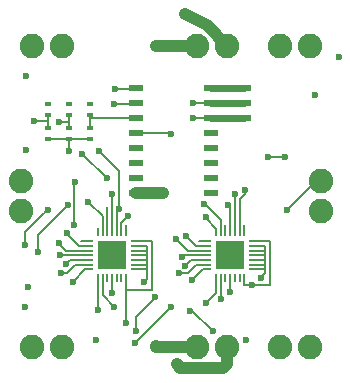
<source format=gbr>
G04 #@! TF.FileFunction,Copper,L1,Top,Mixed*
%FSLAX46Y46*%
G04 Gerber Fmt 4.6, Leading zero omitted, Abs format (unit mm)*
G04 Created by KiCad (PCBNEW 4.0.5) date Thu Feb 16 13:03:40 2017*
%MOMM*%
%LPD*%
G01*
G04 APERTURE LIST*
%ADD10C,0.100000*%
%ADD11R,1.143000X0.508000*%
%ADD12C,2.082800*%
%ADD13R,0.600000X0.400000*%
%ADD14R,0.800000X0.200000*%
%ADD15R,0.200000X0.800000*%
%ADD16R,1.200000X1.200000*%
%ADD17C,0.600000*%
%ADD18C,0.200000*%
%ADD19C,1.000000*%
%ADD20C,0.600000*%
G04 APERTURE END LIST*
D10*
D11*
X18415000Y21590000D03*
X21165000Y21590000D03*
X18415000Y20320000D03*
X18415000Y19050000D03*
X18415000Y17780000D03*
X18415000Y16510000D03*
X18415000Y15240000D03*
X12065000Y15240000D03*
X12065000Y16510000D03*
X12065000Y17780000D03*
X12065000Y19050000D03*
X12065000Y20320000D03*
X12065000Y21590000D03*
X12065000Y22860000D03*
X12065000Y24130000D03*
X21165000Y22860000D03*
X21165000Y24130000D03*
X18415000Y22860000D03*
X18415000Y24130000D03*
D12*
X2270000Y16270000D03*
X2270000Y13730000D03*
X5770000Y27730000D03*
X3230000Y27730000D03*
X3230000Y2270000D03*
X5770000Y2270000D03*
X19770000Y27730000D03*
X17230000Y27730000D03*
X17230000Y2270000D03*
X19770000Y2270000D03*
X26770000Y27730000D03*
X24230000Y27730000D03*
X24230000Y2270000D03*
X26770000Y2270000D03*
X27730000Y13730000D03*
X27730000Y16270000D03*
D13*
X4572000Y22802000D03*
X4572000Y21902000D03*
X4572000Y20770000D03*
X4572000Y19870000D03*
X6350000Y22802000D03*
X6350000Y21902000D03*
X6350000Y20770000D03*
X6350000Y19870000D03*
X8128000Y22802000D03*
X8128000Y21902000D03*
X8128000Y20770000D03*
X8128000Y19870000D03*
D14*
X8050000Y11200000D03*
X8050000Y10800000D03*
X8050000Y10400000D03*
X8050000Y10000000D03*
X8050000Y9600000D03*
X8050000Y9200000D03*
X8050000Y8800000D03*
D15*
X8800000Y8050000D03*
X9200000Y8050000D03*
X9600000Y8050000D03*
X10000000Y8050000D03*
X10400000Y8050000D03*
X10800000Y8050000D03*
X11200000Y8050000D03*
D14*
X11950000Y8800000D03*
X11950000Y9200000D03*
X11950000Y9600000D03*
X11950000Y10000000D03*
X11950000Y10400000D03*
X11950000Y10800000D03*
X11950000Y11200000D03*
D15*
X11200000Y11950000D03*
X10800000Y11950000D03*
X10400000Y11950000D03*
X10000000Y11950000D03*
X9600000Y11950000D03*
X9200000Y11950000D03*
X8800000Y11950000D03*
D16*
X10600000Y9400000D03*
X10600000Y10600000D03*
X9400000Y9400000D03*
X9400000Y10600000D03*
D14*
X18050000Y11200000D03*
X18050000Y10800000D03*
X18050000Y10400000D03*
X18050000Y10000000D03*
X18050000Y9600000D03*
X18050000Y9200000D03*
X18050000Y8800000D03*
D15*
X18800000Y8050000D03*
X19200000Y8050000D03*
X19600000Y8050000D03*
X20000000Y8050000D03*
X20400000Y8050000D03*
X20800000Y8050000D03*
X21200000Y8050000D03*
D14*
X21950000Y8800000D03*
X21950000Y9200000D03*
X21950000Y9600000D03*
X21950000Y10000000D03*
X21950000Y10400000D03*
X21950000Y10800000D03*
X21950000Y11200000D03*
D15*
X21200000Y11950000D03*
X20800000Y11950000D03*
X20400000Y11950000D03*
X20000000Y11950000D03*
X19600000Y11950000D03*
X19200000Y11950000D03*
X18800000Y11950000D03*
D16*
X20600000Y9400000D03*
X20600000Y10600000D03*
X19400000Y9400000D03*
X19400000Y10600000D03*
D17*
X6170729Y11862703D03*
X2270000Y16270000D03*
X2270000Y13730000D03*
X16300000Y11600000D03*
X15400000Y11400000D03*
X5770000Y27730000D03*
X5477162Y11039990D03*
X3230000Y27730000D03*
X5584046Y10000000D03*
X3230000Y2270000D03*
X15940376Y9839990D03*
X5770000Y2270000D03*
X16201255Y9126156D03*
X16200000Y30400000D03*
X6800000Y12600000D03*
X6871998Y16222330D03*
X13716000Y27686000D03*
X6144056Y9290808D03*
X13716000Y2286000D03*
X5700000Y8500000D03*
X13674456Y6466431D03*
X12000000Y3600000D03*
X15494000Y762000D03*
X15700000Y8500000D03*
X26770000Y27730000D03*
X16800000Y7900000D03*
X23219510Y18288000D03*
X24638000Y18288000D03*
X24230000Y27730000D03*
X6690000Y7750000D03*
X24230000Y2270000D03*
X8800000Y5400000D03*
X26770000Y2270000D03*
X18000000Y6000000D03*
X27730000Y13730000D03*
X19200000Y6300000D03*
X27730000Y16270000D03*
X24800000Y13800000D03*
X10200000Y5600000D03*
X27200000Y23600000D03*
X29200000Y26800000D03*
X3400000Y21378010D03*
X10300000Y24100000D03*
X14300000Y15300000D03*
X20000000Y6900000D03*
X6330000Y18800000D03*
X19800000Y14300000D03*
X10000000Y15200000D03*
X10000000Y6800000D03*
X5511008Y21322639D03*
X10200000Y22800000D03*
X11200000Y4300000D03*
X21336000Y2794000D03*
X12700000Y7700000D03*
X8636000Y2794000D03*
X11400000Y13300000D03*
X17933845Y13221064D03*
X10560010Y13901018D03*
X8900000Y18800000D03*
X2730500Y18923000D03*
X20400000Y15200000D03*
X17789969Y14356546D03*
X9545237Y16553263D03*
X2681085Y25171426D03*
X7500000Y18600000D03*
X8000000Y14500000D03*
X16600000Y5300000D03*
X18542000Y3556000D03*
X21844000Y7500000D03*
X15000000Y5600000D03*
X22600000Y8085990D03*
X11938000Y2540000D03*
X21235961Y15536793D03*
X15000000Y20300000D03*
X4585838Y13860010D03*
X16891000Y22860000D03*
X2667000Y10858500D03*
X2921000Y7302500D03*
X6239990Y14276120D03*
X3700000Y10320000D03*
X2600000Y5600000D03*
X16891000Y21590000D03*
D18*
X7233432Y10800000D02*
X6470728Y11562704D01*
X6470728Y11562704D02*
X6170729Y11862703D01*
X8050000Y10800000D02*
X7233432Y10800000D01*
X18050000Y10800000D02*
X17100000Y10800000D01*
X17100000Y10800000D02*
X16300000Y11600000D01*
X18050000Y10400000D02*
X16400000Y10400000D01*
X16400000Y10400000D02*
X15400000Y11400000D01*
X6117152Y10400000D02*
X5777161Y10739991D01*
X5777161Y10739991D02*
X5477162Y11039990D01*
X8050000Y10400000D02*
X6117152Y10400000D01*
X8050000Y10000000D02*
X5584046Y10000000D01*
X18050000Y10000000D02*
X16100386Y10000000D01*
X16100386Y10000000D02*
X15940376Y9839990D01*
X16501254Y9426155D02*
X16201255Y9126156D01*
X18050000Y9600000D02*
X16675099Y9600000D01*
X16675099Y9600000D02*
X16501254Y9426155D01*
D19*
X19770000Y27730000D02*
X18036000Y29464000D01*
X18036000Y29464000D02*
X16200000Y30400000D01*
D18*
X6800000Y16150332D02*
X6871998Y16222330D01*
X6800000Y12600000D02*
X6800000Y16150332D01*
D19*
X17230000Y27730000D02*
X13760000Y27730000D01*
X13760000Y27730000D02*
X13716000Y27686000D01*
D18*
X8050000Y9600000D02*
X6453248Y9600000D01*
X6453248Y9600000D02*
X6444055Y9590807D01*
X6444055Y9590807D02*
X6144056Y9290808D01*
D19*
X17230000Y2270000D02*
X13732000Y2270000D01*
X13732000Y2270000D02*
X13716000Y2286000D01*
D18*
X6862138Y9200000D02*
X6162138Y8500000D01*
X6124264Y8500000D02*
X5700000Y8500000D01*
X6162138Y8500000D02*
X6124264Y8500000D01*
X8050000Y9200000D02*
X6862138Y9200000D01*
X13374457Y6166432D02*
X13674456Y6466431D01*
X12000000Y4791975D02*
X13374457Y6166432D01*
X12000000Y3600000D02*
X12000000Y4791975D01*
X16402150Y8500000D02*
X16124264Y8500000D01*
X17102150Y9200000D02*
X16402150Y8500000D01*
X18050000Y9200000D02*
X17102150Y9200000D01*
X16124264Y8500000D02*
X15700000Y8500000D01*
D19*
X19770000Y2270000D02*
X19770000Y797238D01*
X19770000Y797238D02*
X19434763Y462001D01*
X19434763Y462001D02*
X15793999Y462001D01*
X15793999Y462001D02*
X15494000Y762000D01*
D18*
X18050000Y8800000D02*
X17700000Y8800000D01*
X17700000Y8800000D02*
X16800000Y7900000D01*
X24638000Y18288000D02*
X23219510Y18288000D01*
X7700000Y8800000D02*
X6690000Y7750000D01*
X8050000Y8800000D02*
X7700000Y8800000D01*
X8800000Y5400000D02*
X8800000Y8050000D01*
X18800000Y8050000D02*
X18800000Y6800000D01*
X18800000Y6800000D02*
X18000000Y6000000D01*
X19200000Y8050000D02*
X19200000Y6300000D01*
X24800000Y13800000D02*
X27270000Y16270000D01*
X27270000Y16270000D02*
X27730000Y16270000D01*
X9200000Y8050000D02*
X9200000Y6600000D01*
X9200000Y6600000D02*
X10200000Y5600000D01*
D20*
X18415000Y24130000D02*
X21165000Y24130000D01*
D18*
X9600000Y11950000D02*
X9600000Y14100000D01*
X8050000Y11200000D02*
X7400000Y11200000D01*
X18050000Y11200000D02*
X17400000Y11200000D01*
X11200000Y11950000D02*
X11200000Y12550000D01*
X21200000Y11950000D02*
X21200000Y12600000D01*
X19600000Y11950000D02*
X19600000Y12600000D01*
X4572000Y21300000D02*
X4493990Y21378010D01*
X3824264Y21378010D02*
X3400000Y21378010D01*
X4493990Y21378010D02*
X3824264Y21378010D01*
X10300000Y24100000D02*
X12035000Y24100000D01*
X12035000Y24100000D02*
X12065000Y24130000D01*
X4572000Y21300000D02*
X4572000Y20770000D01*
X4572000Y21902000D02*
X4572000Y21300000D01*
X10000000Y11950000D02*
X10000000Y15200000D01*
D19*
X12065000Y15240000D02*
X14240000Y15240000D01*
X14240000Y15240000D02*
X14300000Y15300000D01*
D18*
X20000000Y8050000D02*
X20000000Y6900000D01*
X6350000Y19870000D02*
X6350000Y18820000D01*
X6350000Y18820000D02*
X6330000Y18800000D01*
X20000000Y11950000D02*
X20000000Y14100000D01*
X20000000Y14100000D02*
X19800000Y14300000D01*
X10040000Y15240000D02*
X10000000Y15200000D01*
X10000000Y8050000D02*
X10000000Y6800000D01*
X8128000Y19870000D02*
X6350000Y19870000D01*
X4572000Y19870000D02*
X6350000Y19870000D01*
X6327361Y21322639D02*
X5935272Y21322639D01*
X6350000Y21300000D02*
X6327361Y21322639D01*
X5935272Y21322639D02*
X5511008Y21322639D01*
X10200000Y22800000D02*
X12005000Y22800000D01*
X12005000Y22800000D02*
X12065000Y22860000D01*
X6350000Y21300000D02*
X6350000Y21902000D01*
X6350000Y20770000D02*
X6350000Y21300000D01*
X8128000Y21902000D02*
X8128000Y21600000D01*
X8128000Y21600000D02*
X8128000Y20770000D01*
X12065000Y21590000D02*
X8138000Y21590000D01*
X8138000Y21590000D02*
X8128000Y21600000D01*
X11200000Y7100000D02*
X11200000Y4300000D01*
X13400000Y7100000D02*
X11200000Y7100000D01*
X11200000Y7100000D02*
X11200000Y8050000D01*
X13400000Y11200000D02*
X13400000Y7100000D01*
X11950000Y11200000D02*
X13400000Y11200000D01*
X13000000Y8682000D02*
X13000000Y8000000D01*
X13000000Y8000000D02*
X12700000Y7700000D01*
X13000000Y8800000D02*
X13000000Y8682000D01*
X11950000Y10400000D02*
X13000000Y10400000D01*
X13000000Y10800000D02*
X13000000Y10400000D01*
X11950000Y10800000D02*
X13000000Y10800000D01*
X13000000Y10400000D02*
X13000000Y10000000D01*
X13000000Y10000000D02*
X13000000Y9600000D01*
X13000000Y9600000D02*
X13000000Y9200000D01*
X13000000Y9200000D02*
X13000000Y8800000D01*
X13000000Y8800000D02*
X11950000Y8800000D01*
X11950000Y9200000D02*
X13000000Y9200000D01*
X11950000Y9600000D02*
X13000000Y9600000D01*
X11950000Y10000000D02*
X13000000Y10000000D01*
X10800000Y12700000D02*
X11400000Y13300000D01*
X10800000Y11950000D02*
X10800000Y12700000D01*
X17933845Y13116155D02*
X17933845Y13221064D01*
X18800000Y11950000D02*
X18800000Y12250000D01*
X18800000Y12250000D02*
X17933845Y13116155D01*
X10560010Y14325282D02*
X10560010Y13901018D01*
X10560010Y17139990D02*
X10560010Y14325282D01*
X8900000Y18800000D02*
X10560010Y17139990D01*
X10400000Y11950000D02*
X10400000Y13741008D01*
X10400000Y13741008D02*
X10560010Y13901018D01*
X20400000Y11950000D02*
X20400000Y15200000D01*
X19200000Y11950000D02*
X19200000Y12946515D01*
X19200000Y12946515D02*
X18089968Y14056547D01*
X18089968Y14056547D02*
X17789969Y14356546D01*
X7500000Y18600000D02*
X9545237Y16554763D01*
X9545237Y16554763D02*
X9545237Y16553263D01*
X9200000Y11950000D02*
X9200000Y13300000D01*
X9200000Y13300000D02*
X8000000Y14500000D01*
X18542000Y3556000D02*
X16798000Y5300000D01*
X16798000Y5300000D02*
X16600000Y5300000D01*
X21844000Y7500000D02*
X21200000Y7500000D01*
X23400000Y7500000D02*
X21844000Y7500000D01*
X21200000Y7500000D02*
X21200000Y8050000D01*
X21950000Y11200000D02*
X23400000Y11200000D01*
X23400000Y11200000D02*
X23400000Y7500000D01*
X11938000Y2540000D02*
X14998000Y5600000D01*
X14998000Y5600000D02*
X15000000Y5600000D01*
X23000000Y8800000D02*
X23000000Y8485990D01*
X22899999Y8385989D02*
X22600000Y8085990D01*
X23000000Y8485990D02*
X22899999Y8385989D01*
X23000000Y10400000D02*
X23000000Y10000000D01*
X23000000Y10000000D02*
X23000000Y9600000D01*
X22900000Y9200000D02*
X23000000Y9300000D01*
X23000000Y9300000D02*
X23000000Y8800000D01*
X23000000Y9600000D02*
X23000000Y9300000D01*
X23000000Y10800000D02*
X23000000Y10400000D01*
X21950000Y10400000D02*
X23000000Y10400000D01*
X21950000Y9600000D02*
X23000000Y9600000D01*
X21950000Y9200000D02*
X22900000Y9200000D01*
X23000000Y8800000D02*
X21950000Y8800000D01*
X21950000Y10000000D02*
X23000000Y10000000D01*
X21950000Y10800000D02*
X23000000Y10800000D01*
X20800000Y14783332D02*
X21235961Y15219293D01*
X20800000Y11950000D02*
X20800000Y14783332D01*
X21235961Y15219293D02*
X21235961Y15536793D01*
X14980000Y20320000D02*
X15000000Y20300000D01*
X12065000Y20320000D02*
X14980000Y20320000D01*
D20*
X18415000Y22860000D02*
X21165000Y22860000D01*
D18*
X2667000Y11941172D02*
X4285839Y13560011D01*
X2667000Y10858500D02*
X2667000Y11941172D01*
X4285839Y13560011D02*
X4585838Y13860010D01*
X18415000Y22860000D02*
X16891000Y22860000D01*
D20*
X18415000Y21590000D02*
X21165000Y21590000D01*
D18*
X3700000Y10320000D02*
X3700000Y11736130D01*
X3700000Y11736130D02*
X6239990Y14276120D01*
X18415000Y21590000D02*
X16891000Y21590000D01*
M02*

</source>
